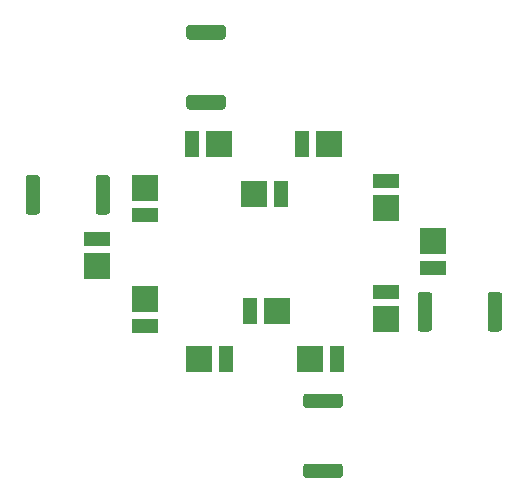
<source format=gbr>
%TF.GenerationSoftware,KiCad,Pcbnew,(5.1.9-0-10_14)*%
%TF.CreationDate,2021-06-06T22:43:36+01:00*%
%TF.ProjectId,gu10-12v-lamp,67753130-2d31-4327-962d-6c616d702e6b,rev?*%
%TF.SameCoordinates,Original*%
%TF.FileFunction,Paste,Top*%
%TF.FilePolarity,Positive*%
%FSLAX46Y46*%
G04 Gerber Fmt 4.6, Leading zero omitted, Abs format (unit mm)*
G04 Created by KiCad (PCBNEW (5.1.9-0-10_14)) date 2021-06-06 22:43:36*
%MOMM*%
%LPD*%
G01*
G04 APERTURE LIST*
%ADD10R,2.200000X1.250000*%
%ADD11R,2.200000X2.200000*%
%ADD12R,1.250000X2.200000*%
G04 APERTURE END LIST*
D10*
%TO.C,D13*%
X139800000Y-96875000D03*
D11*
X139800000Y-94600000D03*
%TD*%
D10*
%TO.C,D12*%
X139800000Y-106275000D03*
D11*
X139800000Y-104000000D03*
%TD*%
D10*
%TO.C,D11*%
X135800000Y-98925000D03*
D11*
X135800000Y-101200000D03*
%TD*%
D12*
%TO.C,D10*%
X148725000Y-105000000D03*
D11*
X151000000Y-105000000D03*
%TD*%
D10*
%TO.C,D9*%
X160200000Y-103400000D03*
D11*
X160200000Y-105675000D03*
%TD*%
D12*
%TO.C,D8*%
X151375000Y-95100000D03*
D11*
X149100000Y-95100000D03*
%TD*%
D12*
%TO.C,D7*%
X146675000Y-109100000D03*
D11*
X144400000Y-109100000D03*
%TD*%
D10*
%TO.C,D6*%
X160200000Y-94025000D03*
D11*
X160200000Y-96300000D03*
%TD*%
D12*
%TO.C,D5*%
X153125000Y-90900000D03*
D11*
X155400000Y-90900000D03*
%TD*%
D12*
%TO.C,D4*%
X156075000Y-109100000D03*
D11*
X153800000Y-109100000D03*
%TD*%
D10*
%TO.C,D3*%
X164200000Y-101375000D03*
D11*
X164200000Y-99100000D03*
%TD*%
D12*
%TO.C,D2*%
X143825000Y-90900000D03*
D11*
X146100000Y-90900000D03*
%TD*%
%TO.C,R4*%
G36*
G01*
X130950000Y-93775000D02*
X130950000Y-96625000D01*
G75*
G02*
X130700000Y-96875000I-250000J0D01*
G01*
X129975000Y-96875000D01*
G75*
G02*
X129725000Y-96625000I0J250000D01*
G01*
X129725000Y-93775000D01*
G75*
G02*
X129975000Y-93525000I250000J0D01*
G01*
X130700000Y-93525000D01*
G75*
G02*
X130950000Y-93775000I0J-250000D01*
G01*
G37*
G36*
G01*
X136875000Y-93775000D02*
X136875000Y-96625000D01*
G75*
G02*
X136625000Y-96875000I-250000J0D01*
G01*
X135900000Y-96875000D01*
G75*
G02*
X135650000Y-96625000I0J250000D01*
G01*
X135650000Y-93775000D01*
G75*
G02*
X135900000Y-93525000I250000J0D01*
G01*
X136625000Y-93525000D01*
G75*
G02*
X136875000Y-93775000I0J-250000D01*
G01*
G37*
%TD*%
%TO.C,R3*%
G36*
G01*
X153475000Y-117950000D02*
X156325000Y-117950000D01*
G75*
G02*
X156575000Y-118200000I0J-250000D01*
G01*
X156575000Y-118925000D01*
G75*
G02*
X156325000Y-119175000I-250000J0D01*
G01*
X153475000Y-119175000D01*
G75*
G02*
X153225000Y-118925000I0J250000D01*
G01*
X153225000Y-118200000D01*
G75*
G02*
X153475000Y-117950000I250000J0D01*
G01*
G37*
G36*
G01*
X153475000Y-112025000D02*
X156325000Y-112025000D01*
G75*
G02*
X156575000Y-112275000I0J-250000D01*
G01*
X156575000Y-113000000D01*
G75*
G02*
X156325000Y-113250000I-250000J0D01*
G01*
X153475000Y-113250000D01*
G75*
G02*
X153225000Y-113000000I0J250000D01*
G01*
X153225000Y-112275000D01*
G75*
G02*
X153475000Y-112025000I250000J0D01*
G01*
G37*
%TD*%
%TO.C,R2*%
G36*
G01*
X168850000Y-106525000D02*
X168850000Y-103675000D01*
G75*
G02*
X169100000Y-103425000I250000J0D01*
G01*
X169825000Y-103425000D01*
G75*
G02*
X170075000Y-103675000I0J-250000D01*
G01*
X170075000Y-106525000D01*
G75*
G02*
X169825000Y-106775000I-250000J0D01*
G01*
X169100000Y-106775000D01*
G75*
G02*
X168850000Y-106525000I0J250000D01*
G01*
G37*
G36*
G01*
X162925000Y-106525000D02*
X162925000Y-103675000D01*
G75*
G02*
X163175000Y-103425000I250000J0D01*
G01*
X163900000Y-103425000D01*
G75*
G02*
X164150000Y-103675000I0J-250000D01*
G01*
X164150000Y-106525000D01*
G75*
G02*
X163900000Y-106775000I-250000J0D01*
G01*
X163175000Y-106775000D01*
G75*
G02*
X162925000Y-106525000I0J250000D01*
G01*
G37*
%TD*%
%TO.C,R1*%
G36*
G01*
X146425000Y-82050000D02*
X143575000Y-82050000D01*
G75*
G02*
X143325000Y-81800000I0J250000D01*
G01*
X143325000Y-81075000D01*
G75*
G02*
X143575000Y-80825000I250000J0D01*
G01*
X146425000Y-80825000D01*
G75*
G02*
X146675000Y-81075000I0J-250000D01*
G01*
X146675000Y-81800000D01*
G75*
G02*
X146425000Y-82050000I-250000J0D01*
G01*
G37*
G36*
G01*
X146425000Y-87975000D02*
X143575000Y-87975000D01*
G75*
G02*
X143325000Y-87725000I0J250000D01*
G01*
X143325000Y-87000000D01*
G75*
G02*
X143575000Y-86750000I250000J0D01*
G01*
X146425000Y-86750000D01*
G75*
G02*
X146675000Y-87000000I0J-250000D01*
G01*
X146675000Y-87725000D01*
G75*
G02*
X146425000Y-87975000I-250000J0D01*
G01*
G37*
%TD*%
M02*

</source>
